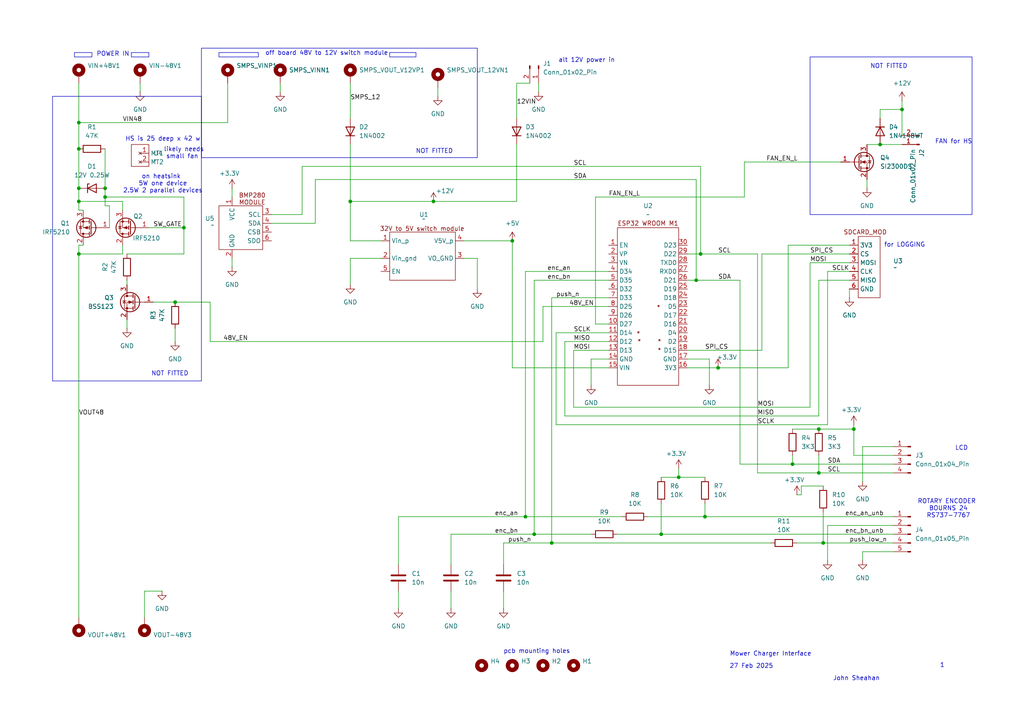
<source format=kicad_sch>
(kicad_sch (version 20250114) (generator "eeschema") (generator_version "9.0")
  (paper "A4")
  (lib_symbols
    (symbol "Connector:Conn_01x02_Pin" (pin_names (offset 1.016) (hide yes))
      (property "Reference" "J" (at 0 2.54 0))
      (property "Value" "Conn_01x02_Pin" (at 0 -5.08 0))
      (symbol "Conn_01x02_Pin_1_1"
        (rectangle (start 0.8636 0.127) (end 0 -0.127) (stroke (width 0.1524)) (fill (type outline)))
        (rectangle (start 0.8636 -2.413) (end 0 -2.667) (stroke (width 0.1524)) (fill (type outline)))
        (polyline (pts (xy 1.27 0) (xy 0.8636 0)) (stroke (width 0.1524)))
        (polyline (pts (xy 1.27 -2.54) (xy 0.8636 -2.54)) (stroke (width 0.1524)))
        (pin passive line (at 5.08 0 180) (length 3.81) (name "Pin_1") (number "1"))
        (pin passive line (at 5.08 -2.54 180) (length 3.81) (name "Pin_2") (number "2"))
      )
    )
    (symbol "Connector:Conn_01x04_Pin" (pin_names (offset 1.016) (hide yes))
      (property "Reference" "J" (at 0 5.08 0))
      (property "Value" "Conn_01x04_Pin" (at 0 -7.62 0))
      (symbol "Conn_01x04_Pin_1_1"
        (rectangle (start 0.8636 2.667) (end 0 2.413) (stroke (width 0.1524)) (fill (type outline)))
        (rectangle (start 0.8636 0.127) (end 0 -0.127) (stroke (width 0.1524)) (fill (type outline)))
        (rectangle (start 0.8636 -2.413) (end 0 -2.667) (stroke (width 0.1524)) (fill (type outline)))
        (rectangle (start 0.8636 -4.953) (end 0 -5.207) (stroke (width 0.1524)) (fill (type outline)))
        (polyline (pts (xy 1.27 2.54) (xy 0.8636 2.54)) (stroke (width 0.1524)))
        (polyline (pts (xy 1.27 0) (xy 0.8636 0)) (stroke (width 0.1524)))
        (polyline (pts (xy 1.27 -2.54) (xy 0.8636 -2.54)) (stroke (width 0.1524)))
        (polyline (pts (xy 1.27 -5.08) (xy 0.8636 -5.08)) (stroke (width 0.1524)))
        (pin passive line (at 5.08 2.54 180) (length 3.81) (name "Pin_1") (number "1"))
        (pin passive line (at 5.08 0 180) (length 3.81) (name "Pin_2") (number "2"))
        (pin passive line (at 5.08 -2.54 180) (length 3.81) (name "Pin_3") (number "3"))
        (pin passive line (at 5.08 -5.08 180) (length 3.81) (name "Pin_4") (number "4"))
      )
    )
    (symbol "Connector:Conn_01x05_Pin" (pin_names (offset 1.016) (hide yes))
      (property "Reference" "J" (at 0 7.62 0))
      (property "Value" "Conn_01x05_Pin" (at 0 -7.62 0))
      (symbol "Conn_01x05_Pin_1_1"
        (rectangle (start 0.8636 5.207) (end 0 4.953) (stroke (width 0.1524)) (fill (type outline)))
        (rectangle (start 0.8636 2.667) (end 0 2.413) (stroke (width 0.1524)) (fill (type outline)))
        (rectangle (start 0.8636 0.127) (end 0 -0.127) (stroke (width 0.1524)) (fill (type outline)))
        (rectangle (start 0.8636 -2.413) (end 0 -2.667) (stroke (width 0.1524)) (fill (type outline)))
        (rectangle (start 0.8636 -4.953) (end 0 -5.207) (stroke (width 0.1524)) (fill (type outline)))
        (polyline (pts (xy 1.27 5.08) (xy 0.8636 5.08)) (stroke (width 0.1524)))
        (polyline (pts (xy 1.27 2.54) (xy 0.8636 2.54)) (stroke (width 0.1524)))
        (polyline (pts (xy 1.27 0) (xy 0.8636 0)) (stroke (width 0.1524)))
        (polyline (pts (xy 1.27 -2.54) (xy 0.8636 -2.54)) (stroke (width 0.1524)))
        (polyline (pts (xy 1.27 -5.08) (xy 0.8636 -5.08)) (stroke (width 0.1524)))
        (pin passive line (at 5.08 5.08 180) (length 3.81) (name "Pin_1") (number "1"))
        (pin passive line (at 5.08 2.54 180) (length 3.81) (name "Pin_2") (number "2"))
        (pin passive line (at 5.08 0 180) (length 3.81) (name "Pin_3") (number "3"))
        (pin passive line (at 5.08 -2.54 180) (length 3.81) (name "Pin_4") (number "4"))
        (pin passive line (at 5.08 -5.08 180) (length 3.81) (name "Pin_5") (number "5"))
      )
    )
    (symbol "Device:C" (pin_numbers (hide yes)) (pin_names (offset 0.254))
      (property "Reference" "C" (at 0.635 2.54 0))
      (property "Value" "C" (at 0.635 -2.54 0))
      (symbol "C_0_1"
        (polyline (pts (xy -2.032 0.762) (xy 2.032 0.762)) (stroke (width 0.508)))
        (polyline (pts (xy -2.032 -0.762) (xy 2.032 -0.762)) (stroke (width 0.508)))
      )
      (symbol "C_1_1"
        (pin passive line (at 0 3.81 270) (length 2.794) (name "~") (number "1"))
        (pin passive line (at 0 -3.81 90) (length 2.794) (name "~") (number "2"))
      )
    )
    (symbol "Device:D_Zener" (pin_numbers (hide yes)) (pin_names (offset 1.016) (hide yes))
      (property "Reference" "D" (at 0 2.54 0))
      (property "Value" "D_Zener" (at 0 -2.54 0))
      (symbol "D_Zener_0_1"
        (polyline (pts (xy -1.27 -1.27) (xy -1.27 1.27) (xy -0.762 1.27)) (stroke (width 0.254)))
        (polyline (pts (xy 1.27 0) (xy -1.27 0)))
        (polyline (pts (xy 1.27 -1.27) (xy 1.27 1.27) (xy -1.27 0) (xy 1.27 -1.27)) (stroke (width 0.254)))
      )
      (symbol "D_Zener_1_1"
        (pin passive line (at -3.81 0 0) (length 2.54) (name "K") (number "1"))
        (pin passive line (at 3.81 0 180) (length 2.54) (name "A") (number "2"))
      )
    )
    (symbol "Device:R" (pin_numbers (hide yes)) (pin_names (offset 0))
      (property "Reference" "R" (at 2.032 0 90))
      (property "Value" "R" (at 0 0 90))
      (symbol "R_0_1"
        (rectangle (start -1.016 -2.54) (end 1.016 2.54) (stroke (width 0.254)))
      )
      (symbol "R_1_1"
        (pin passive line (at 0 3.81 270) (length 1.27) (name "~") (number "1"))
        (pin passive line (at 0 -3.81 90) (length 1.27) (name "~") (number "2"))
      )
    )
    (symbol "Diode:1N4001" (pin_numbers (hide yes)) (pin_names (hide yes))
      (property "Reference" "D" (at 0 2.54 0))
      (property "Value" "1N4001" (at 0 -2.54 0))
      (symbol "1N4001_0_1"
        (polyline (pts (xy -1.27 1.27) (xy -1.27 -1.27)) (stroke (width 0.254)))
        (polyline (pts (xy 1.27 1.27) (xy 1.27 -1.27) (xy -1.27 0) (xy 1.27 1.27)) (stroke (width 0.254)))
        (polyline (pts (xy 1.27 0) (xy -1.27 0)))
      )
      (symbol "1N4001_1_1"
        (pin passive line (at -3.81 0 0) (length 2.54) (name "K") (number "1"))
        (pin passive line (at 3.81 0 180) (length 2.54) (name "A") (number "2"))
      )
    )
    (symbol "Diode:1N4002" (pin_numbers (hide yes)) (pin_names (hide yes))
      (property "Reference" "D" (at 0 2.54 0))
      (property "Value" "1N4002" (at 0 -2.54 0))
      (symbol "1N4002_0_1"
        (polyline (pts (xy -1.27 1.27) (xy -1.27 -1.27)) (stroke (width 0.254)))
        (polyline (pts (xy 1.27 1.27) (xy 1.27 -1.27) (xy -1.27 0) (xy 1.27 1.27)) (stroke (width 0.254)))
        (polyline (pts (xy 1.27 0) (xy -1.27 0)))
      )
      (symbol "1N4002_1_1"
        (pin passive line (at -3.81 0 0) (length 2.54) (name "K") (number "1"))
        (pin passive line (at 3.81 0 180) (length 2.54) (name "A") (number "2"))
      )
    )
    (symbol "Diode:1N4148WT" (pin_numbers (hide yes)) (pin_names (hide yes))
      (property "Reference" "D" (at 0 2.54 0))
      (property "Value" "1N4148WT" (at 0 -2.54 0))
      (symbol "1N4148WT_0_1"
        (polyline (pts (xy -1.27 1.27) (xy -1.27 -1.27)) (stroke (width 0.254)))
        (polyline (pts (xy 1.27 1.27) (xy 1.27 -1.27) (xy -1.27 0) (xy 1.27 1.27)) (stroke (width 0.254)))
        (polyline (pts (xy 1.27 0) (xy -1.27 0)))
      )
      (symbol "1N4148WT_1_1"
        (pin passive line (at -3.81 0 0) (length 2.54) (name "K") (number "1"))
        (pin passive line (at 3.81 0 180) (length 2.54) (name "A") (number "2"))
      )
    )
    (symbol "Mechanical:MountingHole" (pin_names (offset 1.016)) (exclude_from_sim yes) (in_bom no)
      (property "Reference" "H" (at 0 5.08 0))
      (property "Value" "MountingHole" (at 0 3.175 0))
      (symbol "MountingHole_0_1"
        (circle (center 0 0) (radius 1.27) (stroke (width 1.27)))
      )
    )
    (symbol "Mechanical:MountingHole_Pad" (pin_numbers (hide yes)) (pin_names (offset 1.016) (hide yes)) (exclude_from_sim yes) (in_bom no)
      (property "Reference" "H" (at 0 6.35 0))
      (property "Value" "MountingHole_Pad" (at 0 4.445 0))
      (symbol "MountingHole_Pad_0_1"
        (circle (center 0 1.27) (radius 1.27) (stroke (width 1.27)))
      )
      (symbol "MountingHole_Pad_1_1"
        (pin input line (at 0 -2.54 90) (length 2.54) (name "1") (number "1"))
      )
    )
    (symbol "Transistor_FET:2N7002H" (pin_names (hide yes))
      (property "Reference" "Q" (at 5.08 1.905 0))
      (property "Value" "2N7002H" (at 5.08 0 0))
      (symbol "2N7002H_0_1"
        (polyline (pts (xy 0.254 1.905) (xy 0.254 -1.905)) (stroke (width 0.254)))
        (polyline (pts (xy 0.254 0) (xy -2.54 0)))
        (polyline (pts (xy 0.762 2.286) (xy 0.762 1.27)) (stroke (width 0.254)))
        (polyline (pts (xy 0.762 0.508) (xy 0.762 -0.508)) (stroke (width 0.254)))
        (polyline (pts (xy 0.762 -1.27) (xy 0.762 -2.286)) (stroke (width 0.254)))
        (polyline (pts (xy 0.762 -1.778) (xy 3.302 -1.778) (xy 3.302 1.778) (xy 0.762 1.778)))
        (polyline (pts (xy 1.016 0) (xy 2.032 0.381) (xy 2.032 -0.381) (xy 1.016 0)) (fill (type outline)))
        (circle (center 1.651 0) (radius 2.794) (stroke (width 0.254)))
        (polyline (pts (xy 2.54 2.54) (xy 2.54 1.778)))
        (circle (center 2.54 1.778) (radius 0.254) (fill (type outline)))
        (circle (center 2.54 -1.778) (radius 0.254) (fill (type outline)))
        (polyline (pts (xy 2.54 -2.54) (xy 2.54 0) (xy 0.762 0)))
        (polyline (pts (xy 2.794 0.508) (xy 2.921 0.381) (xy 3.683 0.381) (xy 3.81 0.254)))
        (polyline (pts (xy 3.302 0.381) (xy 2.921 -0.254) (xy 3.683 -0.254) (xy 3.302 0.381)))
      )
      (symbol "2N7002H_1_1"
        (pin input line (at -5.08 0 0) (length 2.54) (name "G") (number "1"))
        (pin passive line (at 2.54 5.08 270) (length 2.54) (name "D") (number "3"))
        (pin passive line (at 2.54 -5.08 90) (length 2.54) (name "S") (number "2"))
      )
    )
    (symbol "Transistor_FET:BSS123" (pin_names (hide yes))
      (property "Reference" "Q" (at 5.08 1.905 0))
      (property "Value" "BSS123" (at 5.08 0 0))
      (symbol "BSS123_0_1"
        (polyline (pts (xy 0.254 1.905) (xy 0.254 -1.905)) (stroke (width 0.254)))
        (polyline (pts (xy 0.254 0) (xy -2.54 0)))
        (polyline (pts (xy 0.762 2.286) (xy 0.762 1.27)) (stroke (width 0.254)))
        (polyline (pts (xy 0.762 0.508) (xy 0.762 -0.508)) (stroke (width 0.254)))
        (polyline (pts (xy 0.762 -1.27) (xy 0.762 -2.286)) (stroke (width 0.254)))
        (polyline (pts (xy 0.762 -1.778) (xy 3.302 -1.778) (xy 3.302 1.778) (xy 0.762 1.778)))
        (polyline (pts (xy 1.016 0) (xy 2.032 0.381) (xy 2.032 -0.381) (xy 1.016 0)) (fill (type outline)))
        (circle (center 1.651 0) (radius 2.794) (stroke (width 0.254)))
        (polyline (pts (xy 2.54 2.54) (xy 2.54 1.778)))
        (circle (center 2.54 1.778) (radius 0.254) (fill (type outline)))
        (circle (center 2.54 -1.778) (radius 0.254) (fill (type outline)))
        (polyline (pts (xy 2.54 -2.54) (xy 2.54 0) (xy 0.762 0)))
        (polyline (pts (xy 2.794 0.508) (xy 2.921 0.381) (xy 3.683 0.381) (xy 3.81 0.254)))
        (polyline (pts (xy 3.302 0.381) (xy 2.921 -0.254) (xy 3.683 -0.254) (xy 3.302 0.381)))
      )
      (symbol "BSS123_1_1"
        (pin input line (at -5.08 0 0) (length 2.54) (name "G") (number "1"))
        (pin passive line (at 2.54 5.08 270) (length 2.54) (name "D") (number "3"))
        (pin passive line (at 2.54 -5.08 90) (length 2.54) (name "S") (number "2"))
      )
    )
    (symbol "Transistor_FET:IRF9540N" (pin_names (hide yes))
      (property "Reference" "Q" (at 5.08 1.905 0))
      (property "Value" "IRF9540N" (at 5.08 0 0))
      (symbol "IRF9540N_0_1"
        (polyline (pts (xy 0.254 1.905) (xy 0.254 -1.905)) (stroke (width 0.254)))
        (polyline (pts (xy 0.254 0) (xy -2.54 0)))
        (polyline (pts (xy 0.762 2.286) (xy 0.762 1.27)) (stroke (width 0.254)))
        (polyline (pts (xy 0.762 1.778) (xy 3.302 1.778) (xy 3.302 -1.778) (xy 0.762 -1.778)))
        (polyline (pts (xy 0.762 0.508) (xy 0.762 -0.508)) (stroke (width 0.254)))
        (polyline (pts (xy 0.762 -1.27) (xy 0.762 -2.286)) (stroke (width 0.254)))
        (circle (center 1.651 0) (radius 2.794) (stroke (width 0.254)))
        (polyline (pts (xy 2.286 0) (xy 1.27 0.381) (xy 1.27 -0.381) (xy 2.286 0)) (fill (type outline)))
        (polyline (pts (xy 2.54 2.54) (xy 2.54 1.778)))
        (circle (center 2.54 1.778) (radius 0.254) (fill (type outline)))
        (circle (center 2.54 -1.778) (radius 0.254) (fill (type outline)))
        (polyline (pts (xy 2.54 -2.54) (xy 2.54 0) (xy 0.762 0)))
        (polyline (pts (xy 2.794 -0.508) (xy 2.921 -0.381) (xy 3.683 -0.381) (xy 3.81 -0.254)))
        (polyline (pts (xy 3.302 -0.381) (xy 2.921 0.254) (xy 3.683 0.254) (xy 3.302 -0.381)))
      )
      (symbol "IRF9540N_1_1"
        (pin input line (at -5.08 0 0) (length 2.54) (name "G") (number "1"))
        (pin passive line (at 2.54 5.08 270) (length 2.54) (name "D") (number "2"))
        (pin passive line (at 2.54 -5.08 90) (length 2.54) (name "S") (number "3"))
      )
    )
    (symbol "mower:5Vsw_module"
      (property "Reference" "U" (at 0 0 0))
      (symbol "5Vsw_module_0_1"
        (rectangle (start -8.89 5.08) (end 10.16 -8.89))
      )
      (symbol "5Vsw_module_1_1"
        (text "32V to 5V switch module " (at 1.016 6.096 0) (effects (font (size 1.27 1.27))))
        (pin power_in line (at -11.43 2.54 0) (length 2.54) (name "Vin_p") (number "1"))
        (pin power_in line (at -11.43 -2.54 0) (length 2.54) (name "Vin_gnd") (number "2"))
        (pin input line (at -11.43 -6.35 0) (length 2.54) (name "EN") (number "5"))
        (pin power_out line (at 12.7 2.54 180) (length 2.54) (name "V5V_p") (number "4"))
        (pin power_out line (at 12.7 -2.54 180) (length 2.54) (name "VO_GND") (number "3"))
      )
    )
    (symbol "mower:BMP280_m1"
      (property "Reference" "U" (at 0 0 0))
      (symbol "BMP280_m1_0_1"
        (rectangle (start -8.89 6.35) (end 3.81 -6.35))
      )
      (symbol "BMP280_m1_1_1"
        (text "BMP280\nMODULE" (at -5.842 8.382 0) (effects (font (size 1.27 1.27))))
        (pin input line (at -11.43 3.81 0) (length 2.54) (name "SCL") (number "3"))
        (pin bidirectional line (at -11.43 1.27 0) (length 2.54) (name "SDA") (number "4"))
        (pin input line (at -11.43 -1.27 0) (length 2.54) (name "CSB") (number "5"))
        (pin input line (at -11.43 -3.81 0) (length 2.54) (name "SDO") (number "6"))
        (pin power_in line (at 0 8.89 270) (length 2.54) (name "VCC") (number "1"))
        (pin power_in line (at 0 -8.89 90) (length 2.54) (name "GND") (number "2"))
      )
    )
    (symbol "mower:ESP32_wroom32_m1"
      (property "Reference" "U" (at 0 0 0))
      (symbol "ESP32_wroom32_m1_0_1"
        (rectangle (start -8.89 22.86) (end 8.89 -22.86))
      )
      (symbol "ESP32_wroom32_m1_1_1"
        (text "*" (at -2.794 -7.874 0) (effects (font (size 1.27 1.27))))
        (text "*" (at -2.54 -10.16 0) (effects (font (size 1.27 1.27))))
        (text "ESP32 WROOM M1" (at 0 24.13 0) (effects (font (size 1.27 1.27))))
        (text "*" (at 3.048 -0.254 0) (effects (font (size 1.27 1.27))))
        (text "*" (at 3.302 -10.16 0) (effects (font (size 1.27 1.27))))
        (text "*" (at 3.302 -12.7 0) (effects (font (size 1.27 1.27))))
        (pin input line (at -11.43 17.78 0) (length 2.54) (name "EN") (number "1"))
        (pin input line (at -11.43 15.24 0) (length 2.54) (name "VP") (number "2"))
        (pin input line (at -11.43 12.7 0) (length 2.54) (name "VN") (number "3"))
        (pin input line (at -11.43 10.16 0) (length 2.54) (name "D34") (number "4"))
        (pin input line (at -11.43 7.62 0) (length 2.54) (name "D35") (number "5"))
        (pin bidirectional line (at -11.43 5.08 0) (length 2.54) (name "D32") (number "6"))
        (pin bidirectional line (at -11.43 2.54 0) (length 2.54) (name "D33") (number "7"))
        (pin bidirectional line (at -11.43 0 0) (length 2.54) (name "D25") (number "8"))
        (pin bidirectional line (at -11.43 -2.54 0) (length 2.54) (name "D26") (number "9"))
        (pin bidirectional line (at -11.43 -5.08 0) (length 2.54) (name "D27") (number "10"))
        (pin bidirectional line (at -11.43 -7.62 0) (length 2.54) (name "D14") (number "11"))
        (pin bidirectional line (at -11.43 -10.16 0) (length 2.54) (name "D12") (number "12"))
        (pin bidirectional line (at -11.43 -12.7 0) (length 2.54) (name "D13") (number "13"))
        (pin power_in line (at -11.43 -15.24 0) (length 2.54) (name "GND") (number "14"))
        (pin power_in line (at -11.43 -17.78 0) (length 2.54) (name "VIN") (number "15"))
        (pin bidirectional line (at 11.43 17.78 180) (length 2.54) (name "D23") (number "30"))
        (pin bidirectional line (at 11.43 15.24 180) (length 2.54) (name "D22") (number "29"))
        (pin output line (at 11.43 12.7 180) (length 2.54) (name "TXD0") (number "28"))
        (pin input line (at 11.43 10.16 180) (length 2.54) (name "RXD0") (number "27"))
        (pin bidirectional line (at 11.43 7.62 180) (length 2.54) (name "D21") (number "26"))
        (pin bidirectional line (at 11.43 5.08 180) (length 2.54) (name "D19") (number "25"))
        (pin bidirectional line (at 11.43 2.54 180) (length 2.54) (name "D18") (number "24"))
        (pin bidirectional line (at 11.43 0 180) (length 2.54) (name "D5") (number "23"))
        (pin bidirectional line (at 11.43 -2.54 180) (length 2.54) (name "D17") (number "22"))
        (pin bidirectional line (at 11.43 -5.08 180) (length 2.54) (name "D16") (number "21"))
        (pin bidirectional line (at 11.43 -7.62 180) (length 2.54) (name "D4") (number "20"))
        (pin bidirectional line (at 11.43 -10.16 180) (length 2.54) (name "D2") (number "19"))
        (pin bidirectional line (at 11.43 -12.7 180) (length 2.54) (name "D15") (number "18"))
        (pin power_in line (at 11.43 -15.24 180) (length 2.54) (name "GND") (number "17"))
        (pin power_out line (at 11.43 -17.78 180) (length 2.54) (name "3V3") (number "16"))
      )
    )
    (symbol "mower:TO220_HS1"
      (property "Reference" "U" (at 0 0 0))
      (symbol "TO220_HS1_0_1"
        (rectangle (start -2.54 3.81) (end 2.54 -2.54))
      )
      (symbol "TO220_HS1_1_1"
        (pin no_connect line (at 0 1.27 0) (length 2.54) (name "MT1") (number "1"))
        (pin no_connect line (at 0 -1.27 0) (length 2.54) (name "MT2") (number "2"))
      )
    )
    (symbol "mower:sdcard_mod"
      (property "Reference" "U" (at 0 0 0))
      (symbol "sdcard_mod_0_1"
        (rectangle (start -1.27 8.89) (end 5.08 -8.89))
      )
      (symbol "sdcard_mod_1_1"
        (text "SDCARD_MOD" (at 0.762 10.16 0) (effects (font (size 1.27 1.27))))
        (pin power_in line (at -3.81 6.35 0) (length 2.54) (name "3V3") (number "1"))
        (pin input line (at -3.81 3.81 0) (length 2.54) (name "CS") (number "2"))
        (pin input line (at -3.81 1.27 0) (length 2.54) (name "MOSI") (number "3"))
        (pin input line (at -3.81 -1.27 0) (length 2.54) (name "CLK") (number "4"))
        (pin output line (at -3.81 -3.81 0) (length 2.54) (name "MISO") (number "5"))
        (pin power_in line (at -3.81 -6.35 0) (length 2.54) (name "GND") (number "6"))
      )
    )
    (symbol "power:+12V" (power) (pin_numbers (hide yes)) (pin_names (offset 0) (hide yes))
      (property "Value" "+12V" (at 0 3.556 0))
      (symbol "+12V_0_1"
        (polyline (pts (xy -0.762 1.27) (xy 0 2.54)))
        (polyline (pts (xy 0 2.54) (xy 0.762 1.27)))
        (polyline (pts (xy 0 0) (xy 0 2.54)))
      )
      (symbol "+12V_1_1"
        (pin power_in line (at 0 0 90) (length 0) (name "~") (number "1"))
      )
    )
    (symbol "power:+3.3V" (power) (pin_numbers (hide yes)) (pin_names (offset 0) (hide yes))
      (property "Value" "+3.3V" (at 0 3.556 0))
      (symbol "+3.3V_0_1"
        (polyline (pts (xy -0.762 1.27) (xy 0 2.54)))
        (polyline (pts (xy 0 2.54) (xy 0.762 1.27)))
        (polyline (pts (xy 0 0) (xy 0 2.54)))
      )
      (symbol "+3.3V_1_1"
        (pin power_in line (at 0 0 90) (length 0) (name "~") (number "1"))
      )
    )
    (symbol "power:+5V" (power) (pin_numbers (hide yes)) (pin_names (offset 0) (hide yes))
      (property "Value" "+5V" (at 0 3.556 0))
      (symbol "+5V_0_1"
        (polyline (pts (xy -0.762 1.27) (xy 0 2.54)))
        (polyline (pts (xy 0 2.54) (xy 0.762 1.27)))
        (polyline (pts (xy 0 0) (xy 0 2.54)))
      )
      (symbol "+5V_1_1"
        (pin power_in line (at 0 0 90) (length 0) (name "~") (number "1"))
      )
    )
    (symbol "power:GND" (power) (pin_numbers (hide yes)) (pin_names (offset 0) (hide yes))
      (property "Value" "GND" (at 0 -3.81 0))
      (symbol "GND_0_1"
        (polyline (pts (xy 0 0) (xy 0 -1.27) (xy 1.27 -1.27) (xy 0 -2.54) (xy -1.27 -1.27) (xy 0 -1.27)))
      )
      (symbol "GND_1_1"
        (pin power_in line (at 0 0 270) (length 0) (name "~") (number "1"))
      )
    )
  )
  (rectangle (start 113.03 15.24) (end 120.65 16.51))
  (rectangle (start 15.24 27.94) (end 58.42 110.49))
  (rectangle (start 234.95 16.51) (end 281.94 62.23))
  (rectangle (start 21.59 15.24) (end 26.67 16.51))
  (rectangle (start 63.5 15.24) (end 74.93 16.51))
  (rectangle (start 58.42 13.97) (end 138.43 45.72))
  (rectangle (start 38.1 15.24) (end 43.18 16.51))
  (text "likely needs\nsmall fan " (at 53.34 44.45 0) (effects (font (size 1.27 1.27))))
  (text "for LOGGING" (at 262.382 71.12 0) (effects (font (size 1.27 1.27))))
  (text "NOT FITTED" (at 125.984 43.942 0) (effects (font (size 1.27 1.27))))
  (text "POWER IN" (at 32.766 15.748 0) (effects (font (size 1.27 1.27))))
  (text "NOT FITTED" (at 49.276 108.458 0) (effects (font (size 1.27 1.27))))
  (text "1" (at 273.304 193.04 0) (effects (font (size 1.27 1.27))))
  (text "FAN for HS" (at 276.606 41.148 0) (effects (font (size 1.27 1.27))))
  (text "27 Feb 2025" (at 217.932 193.294 0) (effects (font (size 1.27 1.27))))
  (text "John Sheahan" (at 248.412 196.85 0) (effects (font (size 1.27 1.27))))
  (text "Mower Charger Interface" (at 223.52 189.738 0) (effects (font (size 1.27 1.27))))
  (text "NOT FITTED" (at 257.81 19.304 0) (effects (font (size 1.27 1.27))))
  (text "HS is 25 deep x 42 w" (at 47.244 40.386 0) (effects (font (size 1.27 1.27))))
  (text "pcb mounting holes" (at 155.702 188.976 0) (effects (font (size 1.27 1.27))))
  (text "off board 48V to 12V switch module" (at 94.742 15.494 0) (effects (font (size 1.27 1.27))))
  (text "LCD" (at 278.892 130.048 0) (effects (font (size 1.27 1.27))))
  (text "on heatsink \n5W one device\n2.5W 2 parallel devices" (at 47.244 53.34 0) (effects (font (size 1.27 1.27))))
  (text "ROTARY ENCODER \nBOURNS 24\nRS737-7767" (at 275.082 147.574 0) (effects (font (size 1.27 1.27))))
  (text "alt 12V power in" (at 170.18 17.526 0) (effects (font (size 1.27 1.27))))
  (junction (at 229.87 134.62))
  (junction (at 53.34 66.04))
  (junction (at 255.27 41.91))
  (junction (at 247.65 124.46))
  (junction (at 30.48 57.15))
  (junction (at 208.28 106.68))
  (junction (at 22.86 54.61))
  (junction (at 125.73 58.42))
  (junction (at 204.47 149.86))
  (junction (at 101.6 58.42))
  (junction (at 238.76 157.48))
  (junction (at 22.86 43.18))
  (junction (at 201.93 81.28))
  (junction (at 160.02 157.48))
  (junction (at 261.62 31.75))
  (junction (at 22.86 73.66))
  (junction (at 154.94 154.94))
  (junction (at 237.49 137.16))
  (junction (at 22.86 35.56))
  (junction (at 191.77 154.94))
  (junction (at 148.59 69.85))
  (junction (at 30.48 54.61))
  (junction (at 50.8 87.63))
  (junction (at 22.86 58.42))
  (junction (at 203.2 73.66))
  (junction (at 237.49 124.46))
  (junction (at 152.4 149.86))
  (junction (at 196.85 138.43))
  (wire (pts (xy 30.48 59.69) (xy 31.75 59.69)))
  (wire (pts (xy 101.6 74.93) (xy 101.6 82.55)))
  (wire (pts (xy 146.05 171.45) (xy 146.05 176.53)))
  (wire (pts (xy 231.14 157.48) (xy 238.76 157.48)))
  (wire (pts (xy 41.91 179.07) (xy 41.91 171.45)))
  (wire (pts (xy 101.6 24.13) (xy 101.6 34.29)))
  (wire (pts (xy 67.31 54.61) (xy 67.31 57.15)))
  (wire (pts (xy 259.08 137.16) (xy 237.49 137.16)))
  (wire (pts (xy 160.02 86.36) (xy 160.02 157.48)))
  (wire (pts (xy 53.34 66.04) (xy 53.34 73.66)))
  (wire (pts (xy 208.28 106.68) (xy 228.6 106.68)))
  (wire (pts (xy 50.8 95.25) (xy 50.8 99.06)))
  (wire (pts (xy 36.83 92.71) (xy 36.83 95.25)))
  (wire (pts (xy 172.72 57.15) (xy 215.9 57.15)))
  (wire (pts (xy 201.93 52.07) (xy 201.93 81.28)))
  (wire (pts (xy 130.81 154.94) (xy 130.81 163.83)))
  (wire (pts (xy 22.86 179.07) (xy 22.86 73.66)))
  (wire (pts (xy 240.03 152.4) (xy 240.03 162.56)))
  (wire (pts (xy 238.76 157.48) (xy 238.76 148.59)))
  (wire (pts (xy 125.73 58.42) (xy 101.6 58.42)))
  (wire (pts (xy 78.74 62.23) (xy 87.63 62.23)))
  (wire (pts (xy 255.27 34.29) (xy 255.27 31.75)))
  (wire (pts (xy 237.49 81.28) (xy 246.38 81.28)))
  (wire (pts (xy 138.43 74.93) (xy 138.43 83.82)))
  (wire (pts (xy 154.94 81.28) (xy 154.94 154.94)))
  (wire (pts (xy 176.53 88.9) (xy 157.48 88.9)))
  (wire (pts (xy 148.59 106.68) (xy 148.59 69.85)))
  (wire (pts (xy 130.81 171.45) (xy 130.81 176.53)))
  (wire (pts (xy 223.52 157.48) (xy 160.02 157.48)))
  (wire (pts (xy 53.34 73.66) (xy 36.83 73.66)))
  (wire (pts (xy 196.85 138.43) (xy 204.47 138.43)))
  (wire (pts (xy 157.48 99.06) (xy 60.96 99.06)))
  (wire (pts (xy 146.05 157.48) (xy 146.05 163.83)))
  (wire (pts (xy 176.53 96.52) (xy 161.29 96.52)))
  (wire (pts (xy 215.9 46.99) (xy 243.84 46.99)))
  (wire (pts (xy 196.85 135.89) (xy 196.85 138.43)))
  (wire (pts (xy 156.21 24.13) (xy 156.21 26.67)))
  (wire (pts (xy 220.98 101.6) (xy 220.98 73.66)))
  (wire (pts (xy 261.62 31.75) (xy 261.62 39.37)))
  (wire (pts (xy 191.77 146.05) (xy 191.77 154.94)))
  (wire (pts (xy 172.72 93.98) (xy 172.72 57.15)))
  (wire (pts (xy 237.49 132.08) (xy 237.49 137.16)))
  (wire (pts (xy 259.08 134.62) (xy 229.87 134.62)))
  (wire (pts (xy 261.62 29.21) (xy 261.62 31.75)))
  (wire (pts (xy 176.53 93.98) (xy 172.72 93.98)))
  (wire (pts (xy 176.53 106.68) (xy 148.59 106.68)))
  (wire (pts (xy 43.18 66.04) (xy 53.34 66.04)))
  (wire (pts (xy 176.53 78.74) (xy 152.4 78.74)))
  (wire (pts (xy 166.37 118.11) (xy 234.95 118.11)))
  (wire (pts (xy 40.64 24.13) (xy 40.64 26.67)))
  (wire (pts (xy 163.83 120.65) (xy 237.49 120.65)))
  (wire (pts (xy 171.45 154.94) (xy 154.94 154.94)))
  (wire (pts (xy 81.28 24.13) (xy 81.28 26.67)))
  (wire (pts (xy 30.48 57.15) (xy 30.48 59.69)))
  (wire (pts (xy 214.63 134.62) (xy 214.63 81.28)))
  (wire (pts (xy 259.08 160.02) (xy 250.19 160.02)))
  (wire (pts (xy 149.86 58.42) (xy 125.73 58.42)))
  (wire (pts (xy 259.08 132.08) (xy 247.65 132.08)))
  (wire (pts (xy 22.86 60.96) (xy 24.13 60.96)))
  (wire (pts (xy 228.6 71.12) (xy 246.38 71.12)))
  (wire (pts (xy 247.65 132.08) (xy 247.65 124.46)))
  (wire (pts (xy 240.03 123.19) (xy 240.03 78.74)))
  (wire (pts (xy 229.87 132.08) (xy 229.87 134.62)))
  (wire (pts (xy 148.59 69.85) (xy 134.62 69.85)))
  (wire (pts (xy 180.34 149.86) (xy 152.4 149.86)))
  (wire (pts (xy 187.96 149.86) (xy 204.47 149.86)))
  (wire (pts (xy 22.86 35.56) (xy 22.86 43.18)))
  (wire (pts (xy 22.86 24.13) (xy 22.86 35.56)))
  (wire (pts (xy 204.47 149.86) (xy 259.08 149.86)))
  (wire (pts (xy 176.53 104.14) (xy 171.45 104.14)))
  (wire (pts (xy 176.53 86.36) (xy 160.02 86.36)))
  (wire (pts (xy 30.48 57.15) (xy 53.34 57.15)))
  (wire (pts (xy 44.45 87.63) (xy 50.8 87.63)))
  (wire (pts (xy 127 25.4) (xy 127 27.94)))
  (wire (pts (xy 234.95 76.2) (xy 246.38 76.2)))
  (wire (pts (xy 22.86 43.18) (xy 22.86 54.61)))
  (wire (pts (xy 160.02 157.48) (xy 146.05 157.48)))
  (wire (pts (xy 166.37 101.6) (xy 166.37 118.11)))
  (wire (pts (xy 229.87 124.46) (xy 237.49 124.46)))
  (wire (pts (xy 176.53 81.28) (xy 154.94 81.28)))
  (wire (pts (xy 259.08 157.48) (xy 238.76 157.48)))
  (wire (pts (xy 134.62 74.93) (xy 138.43 74.93)))
  (wire (pts (xy 231.14 143.51) (xy 232.41 143.51)))
  (wire (pts (xy 35.56 71.12) (xy 35.56 73.66)))
  (wire (pts (xy 157.48 88.9) (xy 157.48 99.06)))
  (wire (pts (xy 179.07 154.94) (xy 191.77 154.94)))
  (wire (pts (xy 220.98 73.66) (xy 246.38 73.66)))
  (wire (pts (xy 101.6 58.42) (xy 101.6 69.85)))
  (wire (pts (xy 237.49 137.16) (xy 219.71 137.16)))
  (wire (pts (xy 110.49 74.93) (xy 101.6 74.93)))
  (wire (pts (xy 154.94 154.94) (xy 130.81 154.94)))
  (wire (pts (xy 78.74 64.77) (xy 91.44 64.77)))
  (wire (pts (xy 176.53 101.6) (xy 166.37 101.6)))
  (wire (pts (xy 228.6 106.68) (xy 228.6 71.12)))
  (wire (pts (xy 229.87 134.62) (xy 214.63 134.62)))
  (wire (pts (xy 171.45 104.14) (xy 171.45 111.76)))
  (wire (pts (xy 237.49 124.46) (xy 247.65 124.46)))
  (wire (pts (xy 22.86 58.42) (xy 22.86 60.96)))
  (wire (pts (xy 35.56 73.66) (xy 22.86 73.66)))
  (wire (pts (xy 219.71 137.16) (xy 219.71 73.66)))
  (wire (pts (xy 66.04 24.13) (xy 66.04 35.56)))
  (wire (pts (xy 53.34 57.15) (xy 53.34 66.04)))
  (wire (pts (xy 91.44 52.07) (xy 201.93 52.07)))
  (wire (pts (xy 240.03 78.74) (xy 246.38 78.74)))
  (wire (pts (xy 22.86 58.42) (xy 35.56 58.42)))
  (wire (pts (xy 232.41 140.97) (xy 238.76 140.97)))
  (wire (pts (xy 199.39 101.6) (xy 220.98 101.6)))
  (wire (pts (xy 199.39 106.68) (xy 208.28 106.68)))
  (wire (pts (xy 250.19 160.02) (xy 250.19 162.56)))
  (wire (pts (xy 259.08 129.54) (xy 250.19 129.54)))
  (wire (pts (xy 66.04 35.56) (xy 22.86 35.56)))
  (wire (pts (xy 30.48 54.61) (xy 30.48 57.15)))
  (wire (pts (xy 161.29 123.19) (xy 240.03 123.19)))
  (wire (pts (xy 67.31 74.93) (xy 67.31 77.47)))
  (wire (pts (xy 22.86 73.66) (xy 22.86 71.12)))
  (wire (pts (xy 22.86 54.61) (xy 22.86 58.42)))
  (wire (pts (xy 149.86 34.29) (xy 149.86 24.13)))
  (wire (pts (xy 247.65 124.46) (xy 247.65 123.19)))
  (wire (pts (xy 191.77 154.94) (xy 259.08 154.94)))
  (wire (pts (xy 250.19 129.54) (xy 250.19 139.7)))
  (wire (pts (xy 201.93 81.28) (xy 214.63 81.28)))
  (wire (pts (xy 60.96 99.06) (xy 60.96 87.63)))
  (wire (pts (xy 101.6 69.85) (xy 110.49 69.85)))
  (wire (pts (xy 246.38 83.82) (xy 246.38 86.36)))
  (wire (pts (xy 163.83 99.06) (xy 163.83 120.65)))
  (wire (pts (xy 36.83 81.28) (xy 36.83 82.55)))
  (wire (pts (xy 203.2 73.66) (xy 219.71 73.66)))
  (wire (pts (xy 199.39 73.66) (xy 203.2 73.66)))
  (wire (pts (xy 205.74 104.14) (xy 205.74 111.76)))
  (wire (pts (xy 115.57 171.45) (xy 115.57 176.53)))
  (wire (pts (xy 149.86 24.13) (xy 153.67 24.13)))
  (wire (pts (xy 234.95 118.11) (xy 234.95 76.2)))
  (wire (pts (xy 91.44 64.77) (xy 91.44 52.07)))
  (wire (pts (xy 22.86 71.12) (xy 24.13 71.12)))
  (wire (pts (xy 232.41 143.51) (xy 232.41 140.97)))
  (wire (pts (xy 60.96 87.63) (xy 50.8 87.63)))
  (wire (pts (xy 101.6 41.91) (xy 101.6 58.42)))
  (wire (pts (xy 255.27 31.75) (xy 261.62 31.75)))
  (wire (pts (xy 35.56 58.42) (xy 35.56 60.96)))
  (wire (pts (xy 152.4 149.86) (xy 115.57 149.86)))
  (wire (pts (xy 115.57 149.86) (xy 115.57 163.83)))
  (wire (pts (xy 161.29 96.52) (xy 161.29 123.19)))
  (wire (pts (xy 31.75 59.69) (xy 31.75 66.04)))
  (wire (pts (xy 191.77 138.43) (xy 196.85 138.43)))
  (wire (pts (xy 87.63 48.26) (xy 203.2 48.26)))
  (wire (pts (xy 215.9 57.15) (xy 215.9 46.99)))
  (wire (pts (xy 255.27 41.91) (xy 261.62 41.91)))
  (wire (pts (xy 251.46 52.07) (xy 251.46 54.61)))
  (wire (pts (xy 199.39 104.14) (xy 205.74 104.14)))
  (wire (pts (xy 41.91 171.45) (xy 46.99 171.45)))
  (wire (pts (xy 237.49 120.65) (xy 237.49 81.28)))
  (wire (pts (xy 251.46 41.91) (xy 255.27 41.91)))
  (wire (pts (xy 87.63 62.23) (xy 87.63 48.26)))
  (wire (pts (xy 259.08 152.4) (xy 240.03 152.4)))
  (wire (pts (xy 152.4 78.74) (xy 152.4 149.86)))
  (wire (pts (xy 204.47 146.05) (xy 204.47 149.86)))
  (wire (pts (xy 149.86 41.91) (xy 149.86 58.42)))
  (wire (pts (xy 203.2 48.26) (xy 203.2 73.66)))
  (wire (pts (xy 30.48 43.18) (xy 30.48 54.61)))
  (wire (pts (xy 176.53 99.06) (xy 163.83 99.06)))
  (wire (pts (xy 199.39 81.28) (xy 201.93 81.28)))
  (label "SPI_CS" (at 234.95 73.66 0))
  (label "MISO" (at 219.71 120.65 0))
  (label "enc_an_unb" (at 245.11 149.86 0))
  (label "FAN_EN_L" (at 176.53 57.15 0))
  (label "SDA" (at 240.03 134.62 0))
  (label "SW_GATE" (at 44.45 66.04 0))
  (label "MOSI" (at 234.95 76.2 0))
  (label "VOUT48" (at 22.86 120.65 0))
  (label "SCLK" (at 166.37 96.52 0))
  (label "VIN48" (at 35.56 35.56 0))
  (label "SDA" (at 208.28 81.28 0))
  (label "SCLK" (at 219.71 123.19 0))
  (label "48V_EN" (at 165.1 88.9 0))
  (label "enc_bn_unb" (at 245.11 154.94 0))
  (label "enc_an" (at 158.75 78.74 0))
  (label "enc_an" (at 143.51 149.86 0))
  (label "enc_bn" (at 143.51 154.94 0))
  (label "48V_EN" (at 64.77 99.06 0))
  (label "MISO" (at 166.37 99.06 0))
  (label "SCL" (at 208.28 73.66 0))
  (label "MOSI" (at 166.37 101.6 0))
  (label "MOSI" (at 219.71 118.11 0))
  (label "SCL" (at 166.37 48.26 0))
  (label "enc_bn" (at 158.75 81.28 0))
  (label "FAN_EN_L" (at 222.25 46.99 0))
  (label "SMPS_12" (at 101.6 29.21 0))
  (label "SDA" (at 166.37 52.07 0))
  (label "push_low_n" (at 246.38 157.48 0))
  (label "SCLK" (at 241.3 78.74 0))
  (label "push_n" (at 147.32 157.48 0))
  (label "push_n" (at 161.29 86.36 0))
  (label "SCL" (at 240.03 137.16 0))
  (label "SPI_CS" (at 204.47 101.6 0))
  (label "12VIN" (at 149.86 30.48 0))
  (symbol (lib_id "Device:C") (at 115.57 167.64 0) (unit 1)
    (property "Reference" "C1" (at 119.38 166.3699 0) (effects (justify left)))
    (property "Value" "10n" (at 119.38 168.9099 0) (effects (justify left)))
    (property "Footprint" "Capacitor_SMD:C_0603_1608Metric_Pad1.08x0.95mm_HandSolder" (effects (hide yes)))
    (property "Description" "Unpolarized capacitor" (effects (hide yes)))
  )
  (symbol (lib_id "power:GND") (at 171.45 111.76 0) (unit 1)
    (property "Reference" "#PWR011" (effects (hide yes)))
    (property "Value" "GND" (at 171.45 116.84 0))
    (property "Description" "Power symbol creates a global label with name \"GND\" , ground" (effects (hide yes)))
  )
  (symbol (lib_id "Device:D_Zener") (at 26.67 54.61 0) (unit 1)
    (property "Reference" "D1" (at 26.67 48.26 0))
    (property "Value" "12V 0.25W" (at 26.67 50.8 0))
    (property "Footprint" "Diode_SMD:D_0805_2012Metric_Pad1.15x1.40mm_HandSolder" (effects (hide yes)))
    (property "Description" "Zener diode" (effects (hide yes)))
  )
  (symbol (lib_id "power:+3.3V") (at 208.28 106.68 0) (unit 1)
    (property "Reference" "#PWR016" (effects (hide yes)))
    (property "Value" "+3.3V" (at 210.82 103.632 0))
    (property "Description" "Power symbol creates a global label with name \"+3.3V\"" (effects (hide yes)))
  )
  (symbol (lib_id "power:GND") (at 240.03 162.56 0) (unit 1)
    (property "Reference" "#PWR021" (effects (hide yes)))
    (property "Value" "GND" (at 240.03 167.64 0))
    (property "Description" "Power symbol creates a global label with name \"GND\" , ground" (effects (hide yes)))
  )
  (symbol (lib_id "mower:5Vsw_module") (at 121.92 72.39 0) (unit 1)
    (property "Reference" "U1" (at 122.936 62.23 0))
    (property "Value" "~" (at 122.936 63.5 0))
    (property "Footprint" "switcher_en" (effects (hide yes)))
  )
  (symbol (lib_id "Connector:Conn_01x05_Pin") (at 264.16 154.94 0) (mirror y) (unit 1)
    (property "Reference" "J4" (at 265.43 153.6699 0) (effects (justify right)))
    (property "Value" "Conn_01x05_Pin" (at 265.43 156.2099 0) (effects (justify right)))
    (property "Footprint" "Connector_JST:JST_XH_B5B-XH-A_1x05_P2.50mm_Vertical" (effects (hide yes)))
    (property "Description" "Generic connector, single row, 01x05, script generated" (effects (hide yes)))
  )
  (symbol (lib_id "Device:R") (at 184.15 149.86 90) (unit 1)
    (property "Reference" "R8" (at 184.15 143.51 90))
    (property "Value" "10K" (at 184.15 146.05 90))
    (property "Footprint" "Resistor_SMD:R_0805_2012Metric_Pad1.20x1.40mm_HandSolder" (effects (hide yes)))
    (property "Description" "Resistor" (effects (hide yes)))
  )
  (symbol (lib_id "Transistor_FET:2N7002H") (at 248.92 46.99 0) (unit 1)
    (property "Reference" "Q4" (at 255.27 45.7199 0) (effects (justify left)))
    (property "Value" "SI2300DS" (at 255.27 48.2599 0) (effects (justify left)))
    (property "Footprint" "Package_TO_SOT_SMD:SOT-23" (effects (hide yes)))
    (property "Datasheet" "http://www.diodes.com/assets/Datasheets/2N7002H.pdf" (effects (hide yes)))
    (property "Description" "0.21A Id, 60V Vds, N-Channel MOSFET, SOT-23" (effects (hide yes)))
  )
  (symbol (lib_id "power:GND") (at 81.28 26.67 0) (unit 1)
    (property "Reference" "#PWR07" (effects (hide yes)))
    (property "Value" "GND" (at 81.28 31.75 0))
    (property "Description" "Power symbol creates a global label with name \"GND\" , ground" (effects (hide yes)))
  )
  (symbol (lib_id "power:GND") (at 130.81 176.53 0) (unit 1)
    (property "Reference" "#PWR023" (effects (hide yes)))
    (property "Value" "GND" (at 130.81 181.61 0))
    (property "Description" "Power symbol creates a global label with name \"GND\" , ground" (effects (hide yes)))
  )
  (symbol (lib_id "Device:C") (at 130.81 167.64 0) (unit 1)
    (property "Reference" "C2" (at 134.62 166.3699 0) (effects (justify left)))
    (property "Value" "10n" (at 134.62 168.9099 0) (effects (justify left)))
    (property "Footprint" "Capacitor_SMD:C_0603_1608Metric_Pad1.08x0.95mm_HandSolder" (effects (hide yes)))
    (property "Description" "Unpolarized capacitor" (effects (hide yes)))
  )
  (symbol (lib_id "power:GND") (at 50.8 99.06 0) (unit 1)
    (property "Reference" "#PWR02" (effects (hide yes)))
    (property "Value" "GND" (at 50.8 104.14 0))
    (property "Description" "Power symbol creates a global label with name \"GND\" , ground" (effects (hide yes)))
  )
  (symbol (lib_id "power:GND") (at 205.74 111.76 0) (unit 1)
    (property "Reference" "#PWR012" (effects (hide yes)))
    (property "Value" "GND" (at 205.74 116.84 0))
    (property "Description" "Power symbol creates a global label with name \"GND\" , ground" (effects (hide yes)))
  )
  (symbol (lib_id "power:GND") (at 250.19 162.56 0) (unit 1)
    (property "Reference" "#PWR020" (effects (hide yes)))
    (property "Value" "GND" (at 250.19 167.64 0))
    (property "Description" "Power symbol creates a global label with name \"GND\" , ground" (effects (hide yes)))
  )
  (symbol (lib_id "power:GND") (at 246.38 86.36 0) (unit 1)
    (property "Reference" "#PWR017" (effects (hide yes)))
    (property "Value" "GND" (at 246.38 91.44 0))
    (property "Description" "Power symbol creates a global label with name \"GND\" , ground" (effects (hide yes)))
  )
  (symbol (lib_id "power:+5V") (at 148.59 69.85 0) (unit 1)
    (property "Reference" "#PWR010" (effects (hide yes)))
    (property "Value" "+5V" (at 148.59 64.77 0))
    (property "Description" "Power symbol creates a global label with name \"+5V\"" (effects (hide yes)))
  )
  (symbol (lib_id "Transistor_FET:BSS123") (at 39.37 87.63 0) (mirror y) (unit 1)
    (property "Reference" "Q3" (at 33.02 86.3599 0) (effects (justify left)))
    (property "Value" "BSS123" (at 33.02 88.8999 0) (effects (justify left)))
    (property "Footprint" "Package_TO_SOT_SMD:SOT-23" (effects (hide yes)))
    (property "Datasheet" "http://www.diodes.com/assets/Datasheets/ds30366.pdf" (effects (hide yes)))
    (property "Description" "0.17A Id, 100V Vds, N-Channel MOSFET, SOT-23" (effects (hide yes)))
  )
  (symbol (lib_id "Mechanical:MountingHole") (at 157.48 193.04 0) (unit 1) (exclude_from_sim yes) (in_bom no)
    (property "Reference" "H2" (at 160.02 191.7699 0) (effects (justify left)))
    (property "Value" "MountingHole" (effects (hide yes)))
    (property "Footprint" "MountingHole:MountingHole_3.2mm_M3_DIN965" (effects (hide yes)))
    (property "Description" "Mounting Hole without connection" (effects (hide yes)))
  )
  (symbol (lib_id "Mechanical:MountingHole_Pad") (at 101.6 21.59 0) (unit 1) (exclude_from_sim yes) (in_bom no)
    (property "Reference" "SMPS_VOUT_V12VP1" (at 104.14 20.3199 0) (effects (justify left)))
    (property "Value" "MountingHole_Pad" (effects (hide yes)))
    (property "Footprint" "MountingHole:MountingHole_2.2mm_M2_DIN965_Pad_TopBottom" (effects (hide yes)))
    (property "Description" "Mounting Hole with connection" (effects (hide yes)))
  )
  (symbol (lib_id "Mechanical:MountingHole_Pad") (at 40.64 21.59 0) (unit 1) (exclude_from_sim yes) (in_bom no)
    (property "Reference" "VIN-48V1" (at 43.18 19.0499 0) (effects (justify left)))
    (property "Value" "MountingHole_Pad" (effects (hide yes)))
    (property "Footprint" "MountingHole:MountingHole_3.2mm_M3_DIN965_Pad_TopBottom" (effects (hide yes)))
    (property "Description" "Mounting Hole with connection" (effects (hide yes)))
  )
  (symbol (lib_id "power:GND") (at 146.05 176.53 0) (unit 1)
    (property "Reference" "#PWR022" (effects (hide yes)))
    (property "Value" "GND" (at 146.05 181.61 0))
    (property "Description" "Power symbol creates a global label with name \"GND\" , ground" (effects (hide yes)))
  )
  (symbol (lib_id "power:GND") (at 250.19 139.7 0) (unit 1)
    (property "Reference" "#PWR019" (effects (hide yes)))
    (property "Value" "GND" (at 250.19 144.78 0))
    (property "Description" "Power symbol creates a global label with name \"GND\" , ground" (effects (hide yes)))
  )
  (symbol (lib_id "Device:R") (at 204.47 142.24 0) (unit 1)
    (property "Reference" "R7" (at 207.01 140.9699 0) (effects (justify left)))
    (property "Value" "10K" (at 207.01 143.5099 0) (effects (justify left)))
    (property "Footprint" "Resistor_SMD:R_0805_2012Metric_Pad1.20x1.40mm_HandSolder" (effects (hide yes)))
    (property "Description" "Resistor" (effects (hide yes)))
  )
  (symbol (lib_id "power:GND") (at 46.99 171.45 0) (unit 1)
    (property "Reference" "#PWR04" (effects (hide yes)))
    (property "Value" "GND" (at 46.99 176.53 0))
    (property "Description" "Power symbol creates a global label with name \"GND\" , ground" (effects (hide yes)))
  )
  (symbol (lib_id "mower:ESP32_wroom32_m1") (at 187.96 88.9 0) (unit 1)
    (property "Reference" "U2" (at 187.96 59.69 0))
    (property "Value" "~" (at 187.96 62.23 0))
    (property "Footprint" "mower_footprints:ESP32_WROOM_M1" (effects (hide yes)))
  )
  (symbol (lib_id "Diode:1N4002") (at 101.6 38.1 90) (unit 1)
    (property "Reference" "D2" (at 104.14 36.8299 90) (effects (justify right)))
    (property "Value" "1N4002" (at 104.14 39.3699 90) (effects (justify right)))
    (property "Footprint" "Diode_THT:D_DO-41_SOD81_P10.16mm_Horizontal" (effects (hide yes)))
    (property "Datasheet" "http://www.vishay.com/docs/88503/1n4001.pdf" (effects (hide yes)))
    (property "Description" "100V 1A General Purpose Rectifier Diode, DO-41" (effects (hide yes)))
    (property "Sim.Device" "D" (effects (hide yes)))
    (property "Sim.Pins" "1=K 2=A" (effects (hide yes)))
  )
  (symbol (lib_id "power:+3.3V") (at 247.65 123.19 0) (unit 1)
    (property "Reference" "#PWR018" (effects (hide yes)))
    (property "Value" "+3.3V" (at 246.888 118.872 0))
    (property "Description" "Power symbol creates a global label with name \"+3.3V\"" (effects (hide yes)))
  )
  (symbol (lib_id "Mechanical:MountingHole_Pad") (at 127 22.86 0) (unit 1) (exclude_from_sim yes) (in_bom no)
    (property "Reference" "SMPS_VOUT_12VN1" (at 129.54 20.3199 0) (effects (justify left)))
    (property "Value" "MountingHole_Pad" (effects (hide yes)))
    (property "Footprint" "MountingHole:MountingHole_2.2mm_M2_DIN965_Pad_TopBottom" (effects (hide yes)))
    (property "Description" "Mounting Hole with connection" (effects (hide yes)))
  )
  (symbol (lib_id "power:+3.3V") (at 67.31 54.61 0) (unit 1)
    (property "Reference" "#PWR028" (effects (hide yes)))
    (property "Value" "+3.3V" (at 66.548 50.292 0))
    (property "Description" "Power symbol creates a global label with name \"+3.3V\"" (effects (hide yes)))
  )
  (symbol (lib_id "power:GND") (at 67.31 77.47 0) (unit 1)
    (property "Reference" "#PWR027" (effects (hide yes)))
    (property "Value" "GND" (at 67.31 82.55 0))
    (property "Description" "Power symbol creates a global label with name \"GND\" , ground" (effects (hide yes)))
  )
  (symbol (lib_id "Mechanical:MountingHole") (at 148.59 193.04 0) (unit 1) (exclude_from_sim yes) (in_bom no)
    (property "Reference" "H3" (at 151.13 191.7699 0) (effects (justify left)))
    (property "Value" "MountingHole" (effects (hide yes)))
    (property "Footprint" "MountingHole:MountingHole_3.2mm_M3_DIN965" (effects (hide yes)))
    (property "Description" "Mounting Hole without connection" (effects (hide yes)))
  )
  (symbol (lib_id "power:GND") (at 156.21 26.67 0) (unit 1)
    (property "Reference" "#PWR05" (effects (hide yes)))
    (property "Value" "GND" (at 156.21 31.75 0))
    (property "Description" "Power symbol creates a global label with name \"GND\" , ground" (effects (hide yes)))
  )
  (symbol (lib_id "power:+3.3V") (at 231.14 143.51 0) (unit 1)
    (property "Reference" "#PWR025" (effects (hide yes)))
    (property "Value" "+3.3V" (at 230.378 139.192 0))
    (property "Description" "Power symbol creates a global label with name \"+3.3V\"" (effects (hide yes)))
  )
  (symbol (lib_id "mower:sdcard_mod") (at 250.19 77.47 0) (unit 1)
    (property "Reference" "U3" (at 259.08 75.6891 0) (effects (justify left)))
    (property "Value" "~" (at 259.08 77.5942 0) (effects (justify left)))
    (property "Footprint" "Resistor_THT:R_Array_SIP6" (effects (hide yes)))
  )
  (symbol (lib_id "power:GND") (at 36.83 95.25 0) (unit 1)
    (property "Reference" "#PWR01" (effects (hide yes)))
    (property "Value" "GND" (at 36.83 100.33 0))
    (property "Description" "Power symbol creates a global label with name \"GND\" , ground" (effects (hide yes)))
  )
  (symbol (lib_id "Mechanical:MountingHole") (at 166.37 193.04 0) (unit 1) (exclude_from_sim yes) (in_bom no)
    (property "Reference" "H1" (at 168.91 191.7699 0) (effects (justify left)))
    (property "Value" "MountingHole" (effects (hide yes)))
    (property "Footprint" "MountingHole:MountingHole_3.2mm_M3_DIN965" (effects (hide yes)))
    (property "Description" "Mounting Hole without connection" (effects (hide yes)))
  )
  (symbol (lib_id "Diode:1N4148WT") (at 255.27 38.1 270) (unit 1)
    (property "Reference" "D4" (at 257.81 36.8299 90) (effects (justify left)))
    (property "Value" "1N4148WT" (at 257.81 39.3699 90) (effects (justify left)))
    (property "Footprint" "Diode_SMD:D_SOD-523" (effects (hide yes)))
    (property "Datasheet" "https://www.diodes.com/assets/Datasheets/ds30396.pdf" (effects (hide yes)))
    (property "Description" "75V 0.15A Fast switching Diode, SOD-523" (effects (hide yes)))
    (property "Sim.Device" "D" (effects (hide yes)))
    (property "Sim.Pins" "1=K 2=A" (effects (hide yes)))
  )
  (symbol (lib_id "Transistor_FET:IRF9540N") (at 26.67 66.04 180) (unit 1)
    (property "Reference" "Q1" (at 20.32 64.7699 0) (effects (justify left)))
    (property "Value" "IRF5210" (at 20.32 67.3099 0) (effects (justify left)))
    (property "Footprint" "Package_TO_SOT_THT:TO-220-3_Vertical" (effects (hide yes)))
    (property "Datasheet" "http://www.irf.com/product-info/datasheets/data/irf9540n.pdf" (effects (hide yes)))
    (property "Description" "-40A Id, -100V Vds, 60 mOhm Rds, P-Channel HEXFET Power MOSFET, TO-220" (effects (hide yes)))
  )
  (symbol (lib_id "Device:R") (at 50.8 91.44 180) (unit 1)
    (property "Reference" "R3" (at 44.45 91.44 90))
    (property "Value" "47K" (at 46.99 91.44 90))
    (property "Footprint" "Resistor_SMD:R_0805_2012Metric_Pad1.20x1.40mm_HandSolder" (effects (hide yes)))
    (property "Description" "Resistor" (effects (hide yes)))
  )
  (symbol (lib_id "Connector:Conn_01x02_Pin") (at 156.21 19.05 270) (unit 1)
    (property "Reference" "J1" (at 157.48 18.4149 90) (effects (justify left)))
    (property "Value" "Conn_01x02_Pin" (at 157.48 20.9549 90) (effects (justify left)))
    (property "Footprint" "Connector_Phoenix_MC_HighVoltage:PhoenixContact_MC_1,5_2-G-5.08_1x02_P5.08mm_Horizontal" (effects (hide yes)))
    (property "Description" "Generic connector, single row, 01x02, script generated" (effects (hide yes)))
  )
  (symbol (lib_id "Device:R") (at 227.33 157.48 90) (unit 1)
    (property "Reference" "R11" (at 227.33 151.13 90))
    (property "Value" "10K" (at 227.33 153.67 90))
    (property "Footprint" "Resistor_SMD:R_0805_2012Metric_Pad1.20x1.40mm_HandSolder" (effects (hide yes)))
    (property "Description" "Resistor" (effects (hide yes)))
  )
  (symbol (lib_id "Device:R") (at 36.83 77.47 180) (unit 1)
    (property "Reference" "R2" (at 30.48 77.47 90))
    (property "Value" "47K" (at 33.02 77.47 90))
    (property "Footprint" "Resistor_SMD:R_0805_2012Metric_Pad1.20x1.40mm_HandSolder" (effects (hide yes)))
    (property "Description" "Resistor" (effects (hide yes)))
  )
  (symbol (lib_id "power:GND") (at 127 27.94 0) (unit 1)
    (property "Reference" "#PWR06" (effects (hide yes)))
    (property "Value" "GND" (at 127 33.02 0))
    (property "Description" "Power symbol creates a global label with name \"GND\" , ground" (effects (hide yes)))
  )
  (symbol (lib_id "power:GND") (at 251.46 54.61 0) (unit 1)
    (property "Reference" "#PWR015" (effects (hide yes)))
    (property "Value" "GND" (at 251.46 59.69 0))
    (property "Description" "Power symbol creates a global label with name \"GND\" , ground" (effects (hide yes)))
  )
  (symbol (lib_id "power:GND") (at 115.57 176.53 0) (unit 1)
    (property "Reference" "#PWR024" (effects (hide yes)))
    (property "Value" "GND" (at 115.57 181.61 0))
    (property "Description" "Power symbol creates a global label with name \"GND\" , ground" (effects (hide yes)))
  )
  (symbol (lib_id "power:+3.3V") (at 196.85 135.89 0) (unit 1)
    (property "Reference" "#PWR026" (effects (hide yes)))
    (property "Value" "+3.3V" (at 196.088 131.572 0))
    (property "Description" "Power symbol creates a global label with name \"+3.3V\"" (effects (hide yes)))
  )
  (symbol (lib_id "Device:R") (at 26.67 43.18 90) (unit 1)
    (property "Reference" "R1" (at 26.67 36.83 90))
    (property "Value" "47K" (at 26.67 39.37 90))
    (property "Footprint" "Resistor_SMD:R_0805_2012Metric_Pad1.20x1.40mm_HandSolder" (effects (hide yes)))
    (property "Description" "Resistor" (effects (hide yes)))
  )
  (symbol (lib_id "power:+12V") (at 125.73 58.42 0) (unit 1)
    (property "Reference" "#PWR013" (effects (hide yes)))
    (property "Value" "+12V" (at 129.032 55.372 0))
    (property "Description" "Power symbol creates a global label with name \"+12V\"" (effects (hide yes)))
  )
  (symbol (lib_id "mower:TO220_HS1") (at 40.64 45.72 0) (unit 1)
    (property "Reference" "U4" (at 44.45 44.4499 0) (effects (justify left)))
    (property "Value" "~" (at 44.45 46.355 0) (effects (justify left)))
    (property "Footprint" "mower_footprints:TO220_m1" (effects (hide yes)))
  )
  (symbol (lib_id "Connector:Conn_01x04_Pin") (at 264.16 132.08 0) (mirror y) (unit 1)
    (property "Reference" "J3" (at 265.43 132.0799 0) (effects (justify right)))
    (property "Value" "Conn_01x04_Pin" (at 265.43 134.6199 0) (effects (justify right)))
    (property "Footprint" "Connector_JST:JST_XH_B4B-XH-AM_1x04_P2.50mm_Vertical" (effects (hide yes)))
    (property "Description" "Generic connector, single row, 01x04, script generated" (effects (hide yes)))
  )
  (symbol (lib_id "power:GND") (at 101.6 82.55 0) (unit 1)
    (property "Reference" "#PWR08" (effects (hide yes)))
    (property "Value" "GND" (at 101.6 87.63 0))
    (property "Description" "Power symbol creates a global label with name \"GND\" , ground" (effects (hide yes)))
  )
  (symbol (lib_id "power:GND") (at 138.43 83.82 0) (unit 1)
    (property "Reference" "#PWR09" (effects (hide yes)))
    (property "Value" "GND" (at 138.43 88.9 0))
    (property "Description" "Power symbol creates a global label with name \"GND\" , ground" (effects (hide yes)))
  )
  (symbol (lib_id "Connector:Conn_01x02_Pin") (at 266.7 41.91 180) (unit 1)
    (property "Reference" "J2" (at 267.3351 43.18 90) (effects (justify left)))
    (property "Value" "Conn_01x02_Pin" (at 264.7951 43.18 90) (effects (justify left)))
    (property "Footprint" "Connector_Phoenix_MC_HighVoltage:PhoenixContact_MC_1,5_2-G-5.08_1x02_P5.08mm_Horizontal" (effects (hide yes)))
    (property "Description" "Generic connector, single row, 01x02, script generated" (effects (hide yes)))
  )
  (symbol (lib_id "Device:R") (at 191.77 142.24 0) (unit 1)
    (property "Reference" "R6" (at 194.31 140.9699 0) (effects (justify left)))
    (property "Value" "10K" (at 194.31 143.5099 0) (effects (justify left)))
    (property "Footprint" "Resistor_SMD:R_0805_2012Metric_Pad1.20x1.40mm_HandSolder" (effects (hide yes)))
    (property "Description" "Resistor" (effects (hide yes)))
  )
  (symbol (lib_id "power:+12V") (at 261.62 29.21 0) (unit 1)
    (property "Reference" "#PWR014" (effects (hide yes)))
    (property "Value" "+12V" (at 261.62 24.13 0))
    (property "Description" "Power symbol creates a global label with name \"+12V\"" (effects (hide yes)))
  )
  (symbol (lib_id "Device:R") (at 175.26 154.94 90) (unit 1)
    (property "Reference" "R9" (at 175.26 148.59 90))
    (property "Value" "10K" (at 175.26 151.13 90))
    (property "Footprint" "Resistor_SMD:R_0805_2012Metric_Pad1.20x1.40mm_HandSolder" (effects (hide yes)))
    (property "Description" "Resistor" (effects (hide yes)))
  )
  (symbol (lib_id "Mechanical:MountingHole_Pad") (at 41.91 181.61 0) (mirror x) (unit 1) (exclude_from_sim yes) (in_bom no)
    (property "Reference" "VOUT-48V3" (at 44.45 184.1501 0) (effects (justify left)))
    (property "Value" "MountingHole_Pad" (effects (hide yes)))
    (property "Footprint" "MountingHole:MountingHole_3.2mm_M3_DIN965_Pad_TopBottom" (effects (hide yes)))
    (property "Description" "Mounting Hole with connection" (effects (hide yes)))
  )
  (symbol (lib_id "Device:R") (at 238.76 144.78 0) (unit 1)
    (property "Reference" "R10" (at 241.3 143.5099 0) (effects (justify left)))
    (property "Value" "10K" (at 241.3 146.0499 0) (effects (justify left)))
    (property "Footprint" "Resistor_SMD:R_0805_2012Metric_Pad1.20x1.40mm_HandSolder" (effects (hide yes)))
    (property "Description" "Resistor" (effects (hide yes)))
  )
  (symbol (lib_id "Mechanical:MountingHole_Pad") (at 81.28 21.59 0) (unit 1) (exclude_from_sim yes) (in_bom no)
    (property "Reference" "SMPS_VINN1" (at 83.82 20.3199 0) (effects (justify left)))
    (property "Value" "MountingHole_Pad" (effects (hide yes)))
    (property "Footprint" "MountingHole:MountingHole_2.2mm_M2_DIN965_Pad_TopBottom" (effects (hide yes)))
    (property "Description" "Mounting Hole with connection" (effects (hide yes)))
  )
  (symbol (lib_id "power:GND") (at 40.64 26.67 0) (unit 1)
    (property "Reference" "#PWR03" (effects (hide yes)))
    (property "Value" "GND" (at 40.64 31.75 0))
    (property "Description" "Power symbol creates a global label with name \"GND\" , ground" (effects (hide yes)))
  )
  (symbol (lib_id "Device:C") (at 146.05 167.64 0) (unit 1)
    (property "Reference" "C3" (at 149.86 166.3699 0) (effects (justify left)))
    (property "Value" "10n" (at 149.86 168.9099 0) (effects (justify left)))
    (property "Footprint" "Capacitor_SMD:C_0603_1608Metric_Pad1.08x0.95mm_HandSolder" (effects (hide yes)))
    (property "Description" "Unpolarized capacitor" (effects (hide yes)))
  )
  (symbol (lib_id "Mechanical:MountingHole_Pad") (at 22.86 181.61 0) (mirror x) (unit 1) (exclude_from_sim yes) (in_bom no)
    (property "Reference" "VOUT+48V1" (at 25.4 184.1501 0) (effects (justify left)))
    (property "Value" "MountingHole_Pad" (effects (hide yes)))
    (property "Footprint" "MountingHole:MountingHole_3.2mm_M3_DIN965_Pad_TopBottom" (effects (hide yes)))
    (property "Description" "Mounting Hole with connection" (effects (hide yes)))
  )
  (symbol (lib_id "Mechanical:MountingHole_Pad") (at 22.86 21.59 0) (unit 1) (exclude_from_sim yes) (in_bom no)
    (property "Reference" "VIN+48V1" (at 25.4 19.0499 0) (effects (justify left)))
    (property "Value" "MountingHole_Pad" (effects (hide yes)))
    (property "Footprint" "MountingHole:MountingHole_3.2mm_M3_DIN965_Pad_TopBottom" (effects (hide yes)))
    (property "Description" "Mounting Hole with connection" (effects (hide yes)))
  )
  (symbol (lib_id "Diode:1N4001") (at 149.86 38.1 90) (unit 1)
    (property "Reference" "D3" (at 152.4 36.8299 90) (effects (justify right)))
    (property "Value" "1N4002" (at 152.4 39.3699 90) (effects (justify right)))
    (property "Footprint" "Diode_THT:D_DO-41_SOD81_P10.16mm_Horizontal" (effects (hide yes)))
    (property "Datasheet" "http://www.vishay.com/docs/88503/1n4001.pdf" (effects (hide yes)))
    (property "Description" "50V 1A General Purpose Rectifier Diode, DO-41" (effects (hide yes)))
    (property "Sim.Device" "D" (effects (hide yes)))
    (property "Sim.Pins" "1=K 2=A" (effects (hide yes)))
  )
  (symbol (lib_id "mower:BMP280_m1") (at 67.31 66.04 0) (mirror y) (unit 1)
    (property "Reference" "U5" (at 62.23 63.3669 0) (effects (justify left)))
    (property "Value" "~" (at 62.23 65.272 0) (effects (justify left)))
    (property "Footprint" "Resistor_THT:R_Array_SIP6" (effects (hide yes)))
  )
  (symbol (lib_id "Mechanical:MountingHole_Pad") (at 66.04 21.59 0) (unit 1) (exclude_from_sim yes) (in_bom no)
    (property "Reference" "SMPS_VINP1" (at 68.58 19.0499 0) (effects (justify left)))
    (property "Value" "MountingHole_Pad" (effects (hide yes)))
    (property "Footprint" "MountingHole:MountingHole_2.2mm_M2_DIN965_Pad_TopBottom" (effects (hide yes)))
    (property "Description" "Mounting Hole with connection" (effects (hide yes)))
  )
  (symbol (lib_id "Mechanical:MountingHole") (at 139.7 193.04 0) (unit 1) (exclude_from_sim yes) (in_bom no)
    (property "Reference" "H4" (at 142.24 191.7699 0) (effects (justify left)))
    (property "Value" "MountingHole" (effects (hide yes)))
    (property "Footprint" "MountingHole:MountingHole_3.2mm_M3_DIN965" (effects (hide yes)))
    (property "Description" "Mounting Hole without connection" (effects (hide yes)))
  )
  (symbol (lib_id "Device:R") (at 229.87 128.27 0) (unit 1)
    (property "Reference" "R4" (at 232.41 126.9999 0) (effects (justify left)))
    (property "Value" "3K3" (at 232.41 129.5399 0) (effects (justify left)))
    (property "Footprint" "Resistor_SMD:R_0805_2012Metric_Pad1.20x1.40mm_HandSolder" (effects (hide yes)))
    (property "Description" "Resistor" (effects (hide yes)))
  )
  (symbol (lib_id "Transistor_FET:IRF9540N") (at 38.1 66.04 180) (unit 1)
    (property "Reference" "Q2" (at 41.402 62.738 0) (effects (justify left)))
    (property "Value" "IRF5210" (at 46.482 69.088 0) (effects (justify left)))
    (property "Footprint" "Package_TO_SOT_THT:TO-220-3_Vertical" (effects (hide yes)))
    (property "Datasheet" "http://www.irf.com/product-info/datasheets/data/irf9540n.pdf" (effects (hide yes)))
    (property "Description" "-40A Id, -100V Vds, 60 mOhm Rds, P-Channel HEXFET Power MOSFET, TO-220" (effects (hide yes)))
  )
  (symbol (lib_id "Device:R") (at 237.49 128.27 0) (unit 1)
    (property "Reference" "R5" (at 240.03 126.9999 0) (effects (justify left)))
    (property "Value" "3K3" (at 240.03 129.5399 0) (effects (justify left)))
    (property "Footprint" "Resistor_SMD:R_0805_2012Metric_Pad1.20x1.40mm_HandSolder" (effects (hide yes)))
    (property "Description" "Resistor" (effects (hide yes)))
  )
)
</source>
